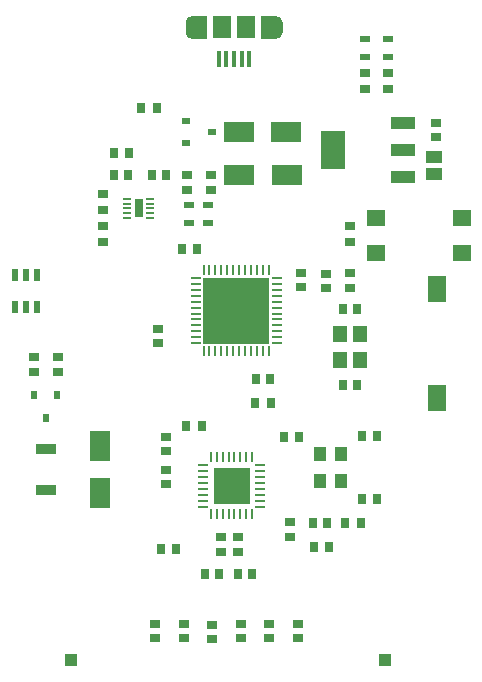
<source format=gtp>
G04*
G04 #@! TF.GenerationSoftware,Altium Limited,Altium Designer,23.10.1 (27)*
G04*
G04 Layer_Color=8421504*
%FSLAX25Y25*%
%MOIN*%
G70*
G04*
G04 #@! TF.SameCoordinates,1D9EF59F-A9A3-4DE6-AF9F-94A01C22AB5E*
G04*
G04*
G04 #@! TF.FilePolarity,Positive*
G04*
G01*
G75*
%ADD17C,0.01968*%
%ADD18R,0.03150X0.03740*%
%ADD19R,0.03347X0.00984*%
%ADD20R,0.00984X0.03347*%
%ADD21R,0.22047X0.22047*%
%ADD22R,0.03937X0.03937*%
%ADD23R,0.05906X0.07480*%
%ADD24R,0.01575X0.05315*%
%ADD25R,0.12205X0.12205*%
%ADD26R,0.09843X0.06693*%
%ADD27R,0.02200X0.03850*%
%ADD28R,0.03740X0.03150*%
%ADD29R,0.03543X0.02953*%
%ADD30R,0.06693X0.09843*%
%ADD31R,0.02717X0.05906*%
%ADD32R,0.03150X0.00787*%
%ADD33R,0.02953X0.03543*%
%ADD34R,0.03543X0.02362*%
%ADD35R,0.02953X0.02362*%
%ADD36R,0.02200X0.02900*%
%ADD37R,0.07087X0.03543*%
%ADD38R,0.04724X0.05512*%
%ADD39R,0.04134X0.05118*%
%ADD40R,0.03307X0.02520*%
%ADD41R,0.06299X0.08661*%
%ADD42R,0.06299X0.08583*%
%ADD43R,0.06299X0.05512*%
%ADD44R,0.05315X0.04331*%
%ADD45R,0.08465X0.12795*%
%ADD46R,0.08465X0.03937*%
G36*
X312693Y482016D02*
X310724D01*
X310724Y485559D01*
X312693D01*
Y482016D01*
D02*
G37*
G36*
X317811Y480047D02*
X312693D01*
Y487528D01*
X317811D01*
Y480047D01*
D02*
G37*
G36*
X341039D02*
X335921D01*
Y487528D01*
X341039D01*
Y480047D01*
D02*
G37*
G36*
X343008Y482016D02*
X341039D01*
Y485559D01*
X343008D01*
X343008Y482016D01*
D02*
G37*
D17*
X313677Y482016D02*
G03*
X313677Y482016I-984J0D01*
G01*
Y485559D02*
G03*
X313677Y485559I-984J0D01*
G01*
X342024Y482016D02*
G03*
X342024Y482016I-984J0D01*
G01*
Y485559D02*
G03*
X342024Y485559I-984J0D01*
G01*
D18*
X316059Y351000D02*
D03*
X310941D02*
D03*
X343369Y347337D02*
D03*
X348487D02*
D03*
X301059Y457000D02*
D03*
X295941D02*
D03*
X339059Y358500D02*
D03*
X333941D02*
D03*
X286720Y442075D02*
D03*
X291839D02*
D03*
X369059Y318500D02*
D03*
X363941D02*
D03*
X307500Y310000D02*
D03*
X302382D02*
D03*
D19*
X341000Y378594D02*
D03*
Y380563D02*
D03*
Y382531D02*
D03*
Y384500D02*
D03*
Y386469D02*
D03*
Y388437D02*
D03*
Y390406D02*
D03*
Y392374D02*
D03*
Y394342D02*
D03*
Y396311D02*
D03*
Y398280D02*
D03*
Y400248D02*
D03*
X314032D02*
D03*
Y398280D02*
D03*
Y396311D02*
D03*
Y394342D02*
D03*
Y392374D02*
D03*
Y390406D02*
D03*
Y388437D02*
D03*
Y386469D02*
D03*
Y384500D02*
D03*
Y382531D02*
D03*
Y380563D02*
D03*
Y378594D02*
D03*
X316453Y337890D02*
D03*
Y335921D02*
D03*
Y333953D02*
D03*
Y331984D02*
D03*
Y330016D02*
D03*
Y328047D02*
D03*
Y326079D02*
D03*
Y324110D02*
D03*
X335547D02*
D03*
Y326079D02*
D03*
Y328047D02*
D03*
Y330016D02*
D03*
Y331984D02*
D03*
Y333953D02*
D03*
Y335921D02*
D03*
Y337890D02*
D03*
D20*
X338342Y402906D02*
D03*
X336374D02*
D03*
X334405D02*
D03*
X332437D02*
D03*
X330469D02*
D03*
X328500D02*
D03*
X326532D02*
D03*
X324563D02*
D03*
X322594D02*
D03*
X320626D02*
D03*
X318657D02*
D03*
X316689D02*
D03*
Y375937D02*
D03*
X318657D02*
D03*
X320626D02*
D03*
X322594D02*
D03*
X324563D02*
D03*
X326532D02*
D03*
X328500D02*
D03*
X330469D02*
D03*
X332437D02*
D03*
X334405D02*
D03*
X336374D02*
D03*
X338342D02*
D03*
X319110Y321453D02*
D03*
X321079D02*
D03*
X323047D02*
D03*
X325016D02*
D03*
X326984D02*
D03*
X328953D02*
D03*
X330921D02*
D03*
X332890D02*
D03*
Y340547D02*
D03*
X330921D02*
D03*
X328953D02*
D03*
X326984D02*
D03*
X325016D02*
D03*
X323047D02*
D03*
X321079D02*
D03*
X319110D02*
D03*
D21*
X327516Y389421D02*
D03*
D22*
X377000Y273000D02*
D03*
X272500D02*
D03*
D23*
X322929Y483787D02*
D03*
X330803D02*
D03*
D24*
X321748Y473158D02*
D03*
X324307D02*
D03*
X326866D02*
D03*
X329425D02*
D03*
X331984D02*
D03*
D25*
X326000Y331000D02*
D03*
D26*
X328500Y449000D02*
D03*
X344248D02*
D03*
X328626Y434500D02*
D03*
X344374D02*
D03*
D27*
X261240Y401375D02*
D03*
X257500D02*
D03*
X253760D02*
D03*
Y390625D02*
D03*
X257500D02*
D03*
X261240D02*
D03*
D28*
X365500Y396941D02*
D03*
Y402059D02*
D03*
X283000Y417559D02*
D03*
Y412441D02*
D03*
X268000Y374000D02*
D03*
Y368882D02*
D03*
X260000Y368941D02*
D03*
Y374059D02*
D03*
X283000Y423000D02*
D03*
Y428118D02*
D03*
X319280Y434575D02*
D03*
Y429457D02*
D03*
X311280Y434634D02*
D03*
Y429516D02*
D03*
X365500Y417559D02*
D03*
Y412441D02*
D03*
X370500Y463441D02*
D03*
Y468559D02*
D03*
X378000Y463382D02*
D03*
Y468500D02*
D03*
X345500Y319059D02*
D03*
Y313941D02*
D03*
D29*
X357500Y397000D02*
D03*
Y401724D02*
D03*
X349000Y397138D02*
D03*
Y401862D02*
D03*
X304000Y347362D02*
D03*
Y342638D02*
D03*
X301500Y378638D02*
D03*
Y383362D02*
D03*
X394000Y451862D02*
D03*
Y447138D02*
D03*
X348000Y280138D02*
D03*
Y284862D02*
D03*
X329000D02*
D03*
Y280138D02*
D03*
X338500D02*
D03*
Y284862D02*
D03*
X304000Y331638D02*
D03*
Y336362D02*
D03*
X300500Y284862D02*
D03*
Y280138D02*
D03*
X310000Y284862D02*
D03*
Y280138D02*
D03*
X319500Y284724D02*
D03*
Y280000D02*
D03*
D30*
X282000Y344248D02*
D03*
Y328500D02*
D03*
D31*
X295000Y423500D02*
D03*
D32*
X291280Y426650D02*
D03*
Y425075D02*
D03*
Y423500D02*
D03*
Y421925D02*
D03*
Y420350D02*
D03*
X298721Y426650D02*
D03*
Y425075D02*
D03*
Y423500D02*
D03*
Y421925D02*
D03*
Y420350D02*
D03*
D33*
X286917Y434575D02*
D03*
X291642D02*
D03*
X367862Y364500D02*
D03*
X363138D02*
D03*
X363000Y390000D02*
D03*
X367724D02*
D03*
X304142Y434575D02*
D03*
X299417D02*
D03*
X314362Y410000D02*
D03*
X309638D02*
D03*
X334138Y366500D02*
D03*
X338862D02*
D03*
X369638Y326500D02*
D03*
X374362D02*
D03*
X328138Y301500D02*
D03*
X332862D02*
D03*
X353138Y318500D02*
D03*
X357862D02*
D03*
X358362Y310500D02*
D03*
X353638D02*
D03*
X369638Y347500D02*
D03*
X374362D02*
D03*
X317138Y301500D02*
D03*
X321862D02*
D03*
D34*
X311779Y424528D02*
D03*
Y418622D02*
D03*
X318280Y424480D02*
D03*
Y418575D02*
D03*
X378000Y474047D02*
D03*
Y479953D02*
D03*
X370500Y474094D02*
D03*
Y480000D02*
D03*
D35*
X310669Y452740D02*
D03*
Y445260D02*
D03*
X319331Y449000D02*
D03*
D36*
X267750Y361400D02*
D03*
X260250D02*
D03*
X264000Y353600D02*
D03*
D37*
Y343390D02*
D03*
Y329610D02*
D03*
D38*
X368693Y372839D02*
D03*
Y381500D02*
D03*
X362000D02*
D03*
Y372839D02*
D03*
D39*
X362390Y332500D02*
D03*
Y341555D02*
D03*
X355500D02*
D03*
Y332500D02*
D03*
D40*
X322500Y314098D02*
D03*
Y308902D02*
D03*
X328000Y314098D02*
D03*
Y308902D02*
D03*
D41*
X394500Y396590D02*
D03*
D42*
Y360409D02*
D03*
D43*
X402673Y420405D02*
D03*
X374327D02*
D03*
X402673Y408595D02*
D03*
X374327D02*
D03*
D44*
X393500Y435000D02*
D03*
Y440512D02*
D03*
D45*
X359984Y443000D02*
D03*
D46*
X383016Y452055D02*
D03*
Y443000D02*
D03*
Y433945D02*
D03*
M02*

</source>
